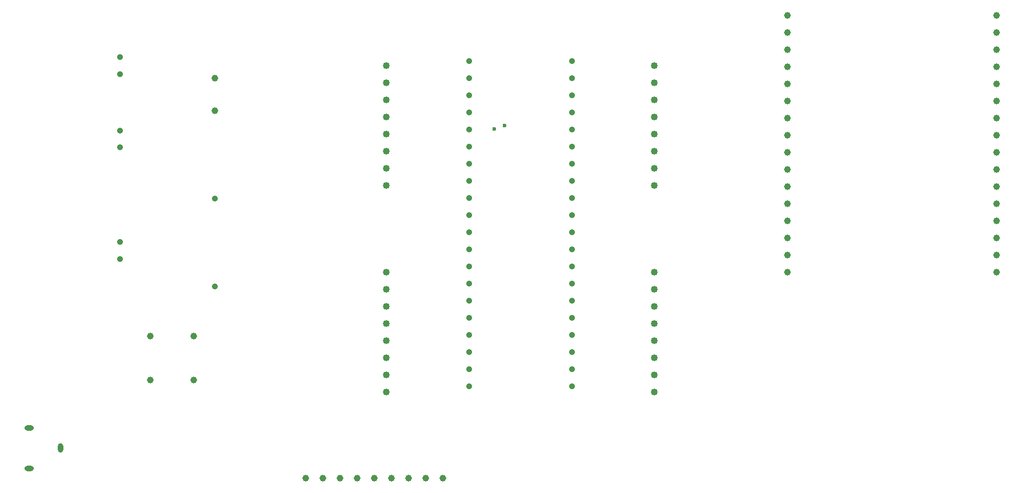
<source format=gbr>
G04 Generated by Ultiboard 13.0 *
%FSLAX24Y24*%
%MOIN*%

%ADD11C,0.0400*%
%ADD12C,0.0350*%
%ADD13C,0.0394*%
%ADD14C,0.0354*%
%ADD15C,0.0236*%
%ADD16O,0.0551X0.0315*%
%ADD17O,0.0315X0.0551*%


G04 ColorRGB 000000 for the following layer *
%LNDrill-Copper Top-Copper Bottom*%
%LPD*%
G54D11*
X23100Y26100D03*
X23100Y25100D03*
X23100Y24100D03*
X23100Y23100D03*
X23100Y22100D03*
X23100Y21100D03*
X23100Y20100D03*
X23100Y19100D03*
X38732Y26100D03*
X38732Y25100D03*
X38732Y24100D03*
X38732Y23100D03*
X38732Y22100D03*
X38732Y21100D03*
X38732Y20100D03*
X38732Y19100D03*
X23100Y14022D03*
X23100Y13022D03*
X23100Y12022D03*
X23100Y11022D03*
X23100Y10022D03*
X23100Y9022D03*
X23100Y8022D03*
X23100Y7022D03*
X38732Y14022D03*
X38732Y13022D03*
X38732Y12022D03*
X38732Y11022D03*
X38732Y10022D03*
X38732Y9022D03*
X38732Y8022D03*
X38732Y7022D03*
G54D12*
X33916Y12354D03*
X27916Y12354D03*
X27916Y9354D03*
X27916Y8354D03*
X27916Y7354D03*
X27916Y11354D03*
X27916Y10354D03*
X27916Y18354D03*
X27916Y15354D03*
X27916Y14354D03*
X27916Y13354D03*
X27916Y17354D03*
X27916Y16354D03*
X27916Y21354D03*
X27916Y20354D03*
X27916Y19354D03*
X27916Y24354D03*
X27916Y23354D03*
X27916Y22354D03*
X27916Y25354D03*
X27916Y26354D03*
X33916Y9354D03*
X33916Y8354D03*
X33916Y7354D03*
X33916Y11354D03*
X33916Y10354D03*
X33916Y18354D03*
X33916Y15354D03*
X33916Y14354D03*
X33916Y13354D03*
X33916Y16354D03*
X33916Y17354D03*
X33916Y21354D03*
X33916Y19354D03*
X33916Y20354D03*
X33916Y24354D03*
X33916Y22354D03*
X33916Y23354D03*
X33916Y25354D03*
X33916Y26354D03*
G54D13*
X46498Y29032D03*
X46498Y28032D03*
X46498Y27032D03*
X46498Y26032D03*
X46498Y25032D03*
X46498Y24032D03*
X46498Y23032D03*
X46498Y22032D03*
X46498Y21032D03*
X46498Y20032D03*
X46498Y19032D03*
X46498Y18032D03*
X46498Y17032D03*
X46498Y16032D03*
X46498Y15032D03*
X46498Y14032D03*
X58702Y29032D03*
X58702Y28032D03*
X58702Y27032D03*
X58702Y26032D03*
X58702Y25032D03*
X58702Y24032D03*
X58702Y23032D03*
X58702Y22032D03*
X58702Y21032D03*
X58702Y20032D03*
X58702Y19032D03*
X58702Y18032D03*
X58702Y17032D03*
X58702Y16032D03*
X58702Y15032D03*
X58702Y14032D03*
X13097Y23439D03*
X13097Y25361D03*
X9320Y7720D03*
X11880Y7720D03*
X9320Y10280D03*
X11880Y10280D03*
X18400Y2000D03*
X19400Y2000D03*
X20400Y2000D03*
X21400Y2000D03*
X22400Y2000D03*
X23400Y2000D03*
X24400Y2000D03*
X25400Y2000D03*
X26400Y2000D03*
G54D14*
X13103Y18318D03*
X13103Y13200D03*
X7578Y15784D03*
X7578Y14800D03*
X7578Y22292D03*
X7578Y21308D03*
X7578Y26584D03*
X7578Y25600D03*
G54D15*
X29400Y22400D03*
X30000Y22600D03*
G54D16*
X2264Y2556D03*
X2264Y4918D03*
G54D17*
X4114Y3737D03*

M02*

</source>
